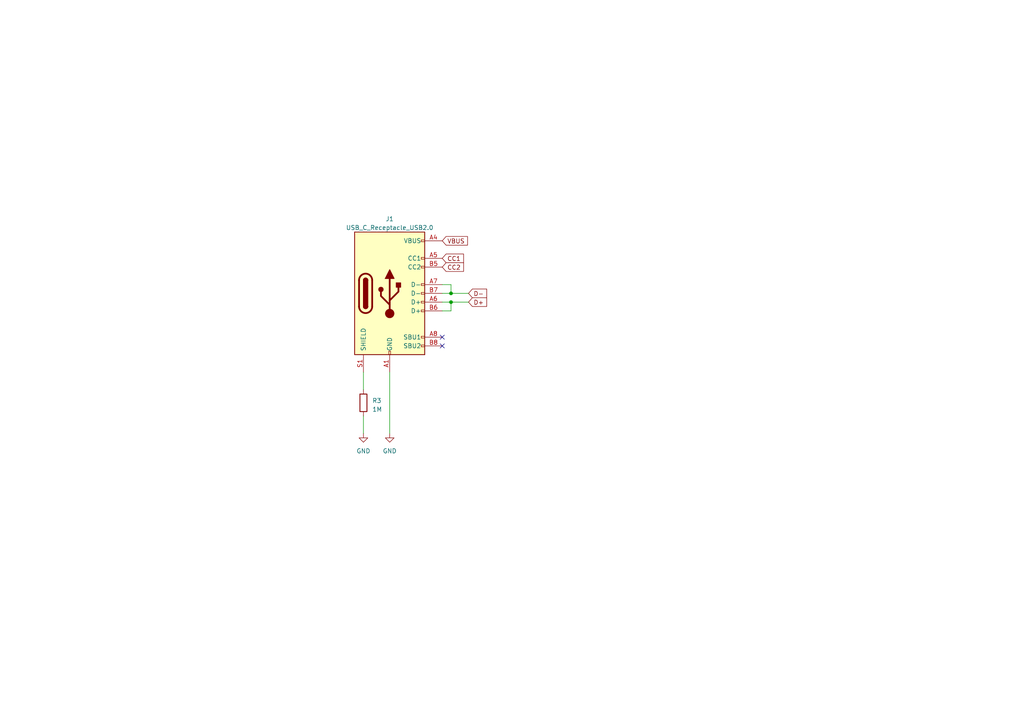
<source format=kicad_sch>
(kicad_sch (version 20230121) (generator eeschema)
  (paper "A4")
  (lib_symbols
    (symbol "Connector:USB_C_Receptacle_USB2.0" (pin_names (offset 1.016))
      (property "Reference" "J" (at -10.16 19.05 0))
      (property "Value" "USB_C_Receptacle_USB2.0" (at 19.05 19.05 0))
      (symbol "USB_C_Receptacle_USB2.0_0_0"
        (rectangle (start -0.254 -17.78) (end 0.254 -16.764))
        (rectangle (start 10.16 -14.986) (end 9.144 -15.494))
        (rectangle (start 10.16 -12.446) (end 9.144 -12.954))
        (rectangle (start 10.16 -4.826) (end 9.144 -5.334))
        (rectangle (start 10.16 -2.286) (end 9.144 -2.794))
        (rectangle (start 10.16 0.254) (end 9.144 -0.254))
        (rectangle (start 10.16 2.794) (end 9.144 2.286))
        (rectangle (start 10.16 7.874) (end 9.144 7.366))
        (rectangle (start 10.16 10.414) (end 9.144 9.906))
        (rectangle (start 10.16 15.494) (end 9.144 14.986))
      )
      (symbol "USB_C_Receptacle_USB2.0_0_1"
        (rectangle (start -10.16 17.78) (end 10.16 -17.78) (stroke (width 0.254)) (fill (type background)))
        (arc (start -8.89 -3.81) (mid -6.985 -5.7067) (end -5.08 -3.81) (stroke (width 0.508)))
        (arc (start -7.62 -3.81) (mid -6.985 -4.4423) (end -6.35 -3.81) (stroke (width 0.254)))
        (arc (start -7.62 -3.81) (mid -6.985 -4.4423) (end -6.35 -3.81) (stroke (width 0.254)) (fill (type outline)))
        (rectangle (start -7.62 -3.81) (end -6.35 3.81) (stroke (width 0.254)) (fill (type outline)))
        (arc (start -6.35 3.81) (mid -6.985 4.4423) (end -7.62 3.81) (stroke (width 0.254)))
        (arc (start -6.35 3.81) (mid -6.985 4.4423) (end -7.62 3.81) (stroke (width 0.254)) (fill (type outline)))
        (arc (start -5.08 3.81) (mid -6.985 5.7067) (end -8.89 3.81) (stroke (width 0.508)))
        (circle (center -2.54 1.143) (radius 0.635) (stroke (width 0.254)) (fill (type outline)))
        (circle (center 0 -5.842) (radius 1.27) (fill (type outline)))
        (polyline (pts (xy -8.89 -3.81) (xy -8.89 3.81)) (stroke (width 0.508)))
        (polyline (pts (xy -5.08 3.81) (xy -5.08 -3.81)) (stroke (width 0.508)))
        (polyline (pts (xy 0 -5.842) (xy 0 4.318)) (stroke (width 0.508)))
        (polyline (pts (xy 0 -3.302) (xy -2.54 -0.762) (xy -2.54 0.508)) (stroke (width 0.508)))
        (polyline (pts (xy 0 -2.032) (xy 2.54 0.508) (xy 2.54 1.778)) (stroke (width 0.508)))
        (polyline (pts (xy -1.27 4.318) (xy 0 6.858) (xy 1.27 4.318) (xy -1.27 4.318)) (stroke (width 0.254)) (fill (type outline)))
        (rectangle (start 1.905 1.778) (end 3.175 3.048) (stroke (width 0.254)) (fill (type outline)))
      )
      (symbol "USB_C_Receptacle_USB2.0_1_1"
        (pin passive line (at 0 -22.86 90) (length 5.08) (name "GND") (number "A1"))
        (pin passive line (at 0 -22.86 90) (length 5.08) hide (name "GND") (number "A12"))
        (pin passive line (at 15.24 15.24 180) (length 5.08) (name "VBUS") (number "A4"))
        (pin bidirectional line (at 15.24 10.16 180) (length 5.08) (name "CC1") (number "A5"))
        (pin bidirectional line (at 15.24 -2.54 180) (length 5.08) (name "D+") (number "A6"))
        (pin bidirectional line (at 15.24 2.54 180) (length 5.08) (name "D-") (number "A7"))
        (pin bidirectional line (at 15.24 -12.7 180) (length 5.08) (name "SBU1") (number "A8"))
        (pin passive line (at 15.24 15.24 180) (length 5.08) hide (name "VBUS") (number "A9"))
        (pin passive line (at 0 -22.86 90) (length 5.08) hide (name "GND") (number "B1"))
        (pin passive line (at 0 -22.86 90) (length 5.08) hide (name "GND") (number "B12"))
        (pin passive line (at 15.24 15.24 180) (length 5.08) hide (name "VBUS") (number "B4"))
        (pin bidirectional line (at 15.24 7.62 180) (length 5.08) (name "CC2") (number "B5"))
        (pin bidirectional line (at 15.24 -5.08 180) (length 5.08) (name "D+") (number "B6"))
        (pin bidirectional line (at 15.24 0 180) (length 5.08) (name "D-") (number "B7"))
        (pin bidirectional line (at 15.24 -15.24 180) (length 5.08) (name "SBU2") (number "B8"))
        (pin passive line (at 15.24 15.24 180) (length 5.08) hide (name "VBUS") (number "B9"))
        (pin passive line (at -7.62 -22.86 90) (length 5.08) (name "SHIELD") (number "S1"))
      )
    )
    (symbol "Device:R" (pin_numbers hide) (pin_names (offset 0))
      (property "Reference" "R" (at 2.032 0 90))
      (property "Value" "R" (at 0 0 90))
      (symbol "R_0_1"
        (rectangle (start -1.016 -2.54) (end 1.016 2.54) (stroke (width 0.254)))
      )
      (symbol "R_1_1"
        (pin passive line (at 0 3.81 270) (length 1.27) (name "~") (number "1"))
        (pin passive line (at 0 -3.81 90) (length 1.27) (name "~") (number "2"))
      )
    )
    (symbol "power:GND" (power) (pin_names (offset 0))
      (property "Value" "GND" (at 0 -3.81 0))
      (symbol "GND_0_1"
        (polyline (pts (xy 0 0) (xy 0 -1.27) (xy 1.27 -1.27) (xy 0 -2.54) (xy -1.27 -1.27) (xy 0 -1.27)))
      )
      (symbol "GND_1_1"
        (pin power_in line (at 0 0 270) (length 0) hide (name "GND") (number "1"))
      )
    )
  )
  (junction (at 130.81 85.09))
  (junction (at 130.81 87.63))
  (no_connect (at 128.27 100.33))
  (no_connect (at 128.27 97.79))
  (wire (pts (xy 130.81 85.09) (xy 135.89 85.09)))
  (wire (pts (xy 128.27 90.17) (xy 130.81 90.17)))
  (wire (pts (xy 105.41 120.65) (xy 105.41 125.73)))
  (wire (pts (xy 128.27 82.55) (xy 130.81 82.55)))
  (wire (pts (xy 128.27 87.63) (xy 130.81 87.63)))
  (wire (pts (xy 130.81 82.55) (xy 130.81 85.09)))
  (wire (pts (xy 130.81 90.17) (xy 130.81 87.63)))
  (wire (pts (xy 113.03 125.73) (xy 113.03 107.95)))
  (wire (pts (xy 128.27 85.09) (xy 130.81 85.09)))
  (wire (pts (xy 130.81 87.63) (xy 135.89 87.63)))
  (wire (pts (xy 105.41 107.95) (xy 105.41 113.03)))
  (global_label "CC2" (shape input) (at 128.27 77.47 0) (property "Intersheetrefs" "${INTERSHEET_REFS}" (effects hide)))
  (global_label "D+" (shape input) (at 135.89 87.63 0) (property "Intersheetrefs" "${INTERSHEET_REFS}" (effects hide)))
  (global_label "D-" (shape input) (at 135.89 85.09 0) (property "Intersheetrefs" "${INTERSHEET_REFS}" (effects hide)))
  (global_label "VBUS" (shape input) (at 128.27 69.85 0) (property "Intersheetrefs" "${INTERSHEET_REFS}" (effects hide)))
  (global_label "CC1" (shape input) (at 128.27 74.93 0) (property "Intersheetrefs" "${INTERSHEET_REFS}" (effects hide)))
  (symbol (lib_id "power:GND") (at 113.03 125.73 0) (unit 1)
    (property "Reference" "#PWR03" (effects hide))
    (property "Value" "GND" (at 113.03 130.81 0))
    (instances (project "rope-dart" (path "" (reference "#PWR03") (unit 1)) (path "" (reference "#PWR07") (unit 1))))
  )
  (symbol (lib_id "Connector:USB_C_Receptacle_USB2.0") (at 113.03 85.09 0) (unit 1)
    (property "Reference" "J1" (at 113.03 63.5 0))
    (property "Value" "USB_C_Receptacle_USB2.0" (at 113.03 66.04 0))
    (property "Datasheet" "https://www.usb.org/sites/default/files/documents/usb_type-c.zip" (effects hide))
    (instances (project "rope-dart" (path "" (reference "J1") (unit 1)) (path "" (reference "J6") (unit 1))))
  )
  (symbol (lib_id "power:GND") (at 105.41 125.73 0) (unit 1)
    (property "Reference" "#PWR03" (effects hide))
    (property "Value" "GND" (at 105.41 130.81 0))
    (instances (project "rope-dart" (path "" (reference "#PWR03") (unit 1)) (path "" (reference "#PWR08") (unit 1))))
  )
  (symbol (lib_id "Device:R") (at 105.41 116.84 0) (unit 1)
    (property "Reference" "R3" (at 107.95 116.205 0) (effects (justify left)))
    (property "Value" "1M" (at 107.95 118.745 0) (effects (justify left)))
    (property "Footprint" "Resistor_SMD:R_0402_1005Metric" (effects hide))
  )
)
</source>
